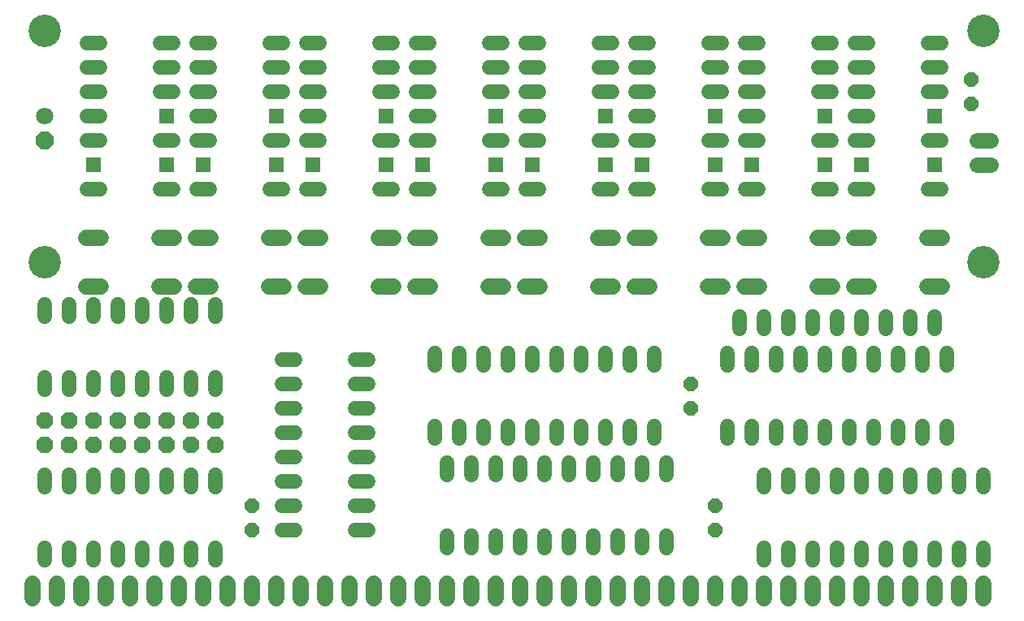
<source format=gts>
G75*
%MOIN*%
%OFA0B0*%
%FSLAX24Y24*%
%IPPOS*%
%LPD*%
%AMOC8*
5,1,8,0,0,1.08239X$1,22.5*
%
%ADD10C,0.1330*%
%ADD11C,0.0680*%
%ADD12OC8,0.0600*%
%ADD13C,0.0600*%
%ADD14R,0.0595X0.0595*%
%ADD15C,0.0640*%
%ADD16OC8,0.0710*%
%ADD17C,0.0710*%
%ADD18OC8,0.0680*%
D10*
X001180Y014680D03*
X001180Y024180D03*
X039680Y024180D03*
X039680Y014680D03*
D11*
X000680Y001480D02*
X000680Y000880D01*
X001680Y000880D02*
X001680Y001480D01*
X002680Y001480D02*
X002680Y000880D01*
X003680Y000880D02*
X003680Y001480D01*
X004680Y001480D02*
X004680Y000880D01*
X005680Y000880D02*
X005680Y001480D01*
X006680Y001480D02*
X006680Y000880D01*
X007680Y000880D02*
X007680Y001480D01*
X008680Y001480D02*
X008680Y000880D01*
X009680Y000880D02*
X009680Y001480D01*
X010680Y001480D02*
X010680Y000880D01*
X011680Y000880D02*
X011680Y001480D01*
X012680Y001480D02*
X012680Y000880D01*
X013680Y000880D02*
X013680Y001480D01*
X014680Y001480D02*
X014680Y000880D01*
X015680Y000880D02*
X015680Y001480D01*
X016680Y001480D02*
X016680Y000880D01*
X017680Y000880D02*
X017680Y001480D01*
X018680Y001480D02*
X018680Y000880D01*
X019680Y000880D02*
X019680Y001480D01*
X020680Y001480D02*
X020680Y000880D01*
X021680Y000880D02*
X021680Y001480D01*
X022680Y001480D02*
X022680Y000880D01*
X023680Y000880D02*
X023680Y001480D01*
X024680Y001480D02*
X024680Y000880D01*
X025680Y000880D02*
X025680Y001480D01*
X026680Y001480D02*
X026680Y000880D01*
X027680Y000880D02*
X027680Y001480D01*
X028680Y001480D02*
X028680Y000880D01*
X029680Y000880D02*
X029680Y001480D01*
X030680Y001480D02*
X030680Y000880D01*
X031680Y000880D02*
X031680Y001480D01*
X032680Y001480D02*
X032680Y000880D01*
X033680Y000880D02*
X033680Y001480D01*
X034680Y001480D02*
X034680Y000880D01*
X035680Y000880D02*
X035680Y001480D01*
X036680Y001480D02*
X036680Y000880D01*
X037680Y000880D02*
X037680Y001480D01*
X038680Y001480D02*
X038680Y000880D01*
X039680Y000880D02*
X039680Y001480D01*
X037980Y013680D02*
X037380Y013680D01*
X034980Y013680D02*
X034380Y013680D01*
X033480Y013680D02*
X032880Y013680D01*
X030480Y013680D02*
X029880Y013680D01*
X028980Y013680D02*
X028380Y013680D01*
X025980Y013680D02*
X025380Y013680D01*
X024480Y013680D02*
X023880Y013680D01*
X021480Y013680D02*
X020880Y013680D01*
X019980Y013680D02*
X019380Y013680D01*
X016980Y013680D02*
X016380Y013680D01*
X015480Y013680D02*
X014880Y013680D01*
X012480Y013680D02*
X011880Y013680D01*
X010980Y013680D02*
X010380Y013680D01*
X007980Y013680D02*
X007380Y013680D01*
X006480Y013680D02*
X005880Y013680D01*
X003480Y013680D02*
X002880Y013680D01*
X002880Y015680D02*
X003480Y015680D01*
X005880Y015680D02*
X006480Y015680D01*
X007380Y015680D02*
X007980Y015680D01*
X010380Y015680D02*
X010980Y015680D01*
X011880Y015680D02*
X012480Y015680D01*
X014880Y015680D02*
X015480Y015680D01*
X016380Y015680D02*
X016980Y015680D01*
X019380Y015680D02*
X019980Y015680D01*
X020880Y015680D02*
X021480Y015680D01*
X023880Y015680D02*
X024480Y015680D01*
X025380Y015680D02*
X025980Y015680D01*
X028380Y015680D02*
X028980Y015680D01*
X029880Y015680D02*
X030480Y015680D01*
X032880Y015680D02*
X033480Y015680D01*
X034380Y015680D02*
X034980Y015680D01*
X037380Y015680D02*
X037980Y015680D01*
D12*
X039180Y021180D03*
X039180Y022180D03*
X027680Y009680D03*
X027680Y008680D03*
X028680Y004680D03*
X028680Y003680D03*
X009680Y003680D03*
X009680Y004680D03*
D13*
X010920Y004680D02*
X011440Y004680D01*
X011440Y003680D02*
X010920Y003680D01*
X008180Y002940D02*
X008180Y002420D01*
X007180Y002420D02*
X007180Y002940D01*
X006180Y002940D02*
X006180Y002420D01*
X005180Y002420D02*
X005180Y002940D01*
X004180Y002940D02*
X004180Y002420D01*
X003180Y002420D02*
X003180Y002940D01*
X002180Y002940D02*
X002180Y002420D01*
X001180Y002420D02*
X001180Y002940D01*
X001180Y005420D02*
X001180Y005940D01*
X002180Y005940D02*
X002180Y005420D01*
X003180Y005420D02*
X003180Y005940D01*
X004180Y005940D02*
X004180Y005420D01*
X005180Y005420D02*
X005180Y005940D01*
X006180Y005940D02*
X006180Y005420D01*
X007180Y005420D02*
X007180Y005940D01*
X008180Y005940D02*
X008180Y005420D01*
X010920Y005680D02*
X011440Y005680D01*
X011440Y006680D02*
X010920Y006680D01*
X010920Y007680D02*
X011440Y007680D01*
X011440Y008680D02*
X010920Y008680D01*
X010920Y009680D02*
X011440Y009680D01*
X011440Y010680D02*
X010920Y010680D01*
X008180Y009940D02*
X008180Y009420D01*
X007180Y009420D02*
X007180Y009940D01*
X006180Y009940D02*
X006180Y009420D01*
X005180Y009420D02*
X005180Y009940D01*
X004180Y009940D02*
X004180Y009420D01*
X003180Y009420D02*
X003180Y009940D01*
X002180Y009940D02*
X002180Y009420D01*
X001180Y009420D02*
X001180Y009940D01*
X001180Y012420D02*
X001180Y012940D01*
X002180Y012940D02*
X002180Y012420D01*
X003180Y012420D02*
X003180Y012940D01*
X004180Y012940D02*
X004180Y012420D01*
X005180Y012420D02*
X005180Y012940D01*
X006180Y012940D02*
X006180Y012420D01*
X007180Y012420D02*
X007180Y012940D01*
X008180Y012940D02*
X008180Y012420D01*
X013920Y010680D02*
X014440Y010680D01*
X014440Y009680D02*
X013920Y009680D01*
X013920Y008680D02*
X014440Y008680D01*
X014440Y007680D02*
X013920Y007680D01*
X013920Y006680D02*
X014440Y006680D01*
X014440Y005680D02*
X013920Y005680D01*
X013920Y004680D02*
X014440Y004680D01*
X014440Y003680D02*
X013920Y003680D01*
X017680Y003440D02*
X017680Y002920D01*
X018680Y002920D02*
X018680Y003440D01*
X019680Y003440D02*
X019680Y002920D01*
X020680Y002920D02*
X020680Y003440D01*
X021680Y003440D02*
X021680Y002920D01*
X022680Y002920D02*
X022680Y003440D01*
X023680Y003440D02*
X023680Y002920D01*
X024680Y002920D02*
X024680Y003440D01*
X025680Y003440D02*
X025680Y002920D01*
X026680Y002920D02*
X026680Y003440D01*
X026680Y005920D02*
X026680Y006440D01*
X025680Y006440D02*
X025680Y005920D01*
X024680Y005920D02*
X024680Y006440D01*
X023680Y006440D02*
X023680Y005920D01*
X022680Y005920D02*
X022680Y006440D01*
X021680Y006440D02*
X021680Y005920D01*
X020680Y005920D02*
X020680Y006440D01*
X019680Y006440D02*
X019680Y005920D01*
X018680Y005920D02*
X018680Y006440D01*
X017680Y006440D02*
X017680Y005920D01*
X017180Y007420D02*
X017180Y007940D01*
X018180Y007940D02*
X018180Y007420D01*
X019180Y007420D02*
X019180Y007940D01*
X020180Y007940D02*
X020180Y007420D01*
X021180Y007420D02*
X021180Y007940D01*
X022180Y007940D02*
X022180Y007420D01*
X023180Y007420D02*
X023180Y007940D01*
X024180Y007940D02*
X024180Y007420D01*
X025180Y007420D02*
X025180Y007940D01*
X026180Y007940D02*
X026180Y007420D01*
X029180Y007420D02*
X029180Y007940D01*
X030180Y007940D02*
X030180Y007420D01*
X031180Y007420D02*
X031180Y007940D01*
X032180Y007940D02*
X032180Y007420D01*
X033180Y007420D02*
X033180Y007940D01*
X034180Y007940D02*
X034180Y007420D01*
X035180Y007420D02*
X035180Y007940D01*
X036180Y007940D02*
X036180Y007420D01*
X037180Y007420D02*
X037180Y007940D01*
X038180Y007940D02*
X038180Y007420D01*
X037680Y005940D02*
X037680Y005420D01*
X038680Y005420D02*
X038680Y005940D01*
X039680Y005940D02*
X039680Y005420D01*
X036680Y005420D02*
X036680Y005940D01*
X035680Y005940D02*
X035680Y005420D01*
X034680Y005420D02*
X034680Y005940D01*
X033680Y005940D02*
X033680Y005420D01*
X032680Y005420D02*
X032680Y005940D01*
X031680Y005940D02*
X031680Y005420D01*
X030680Y005420D02*
X030680Y005940D01*
X030680Y002940D02*
X030680Y002420D01*
X031680Y002420D02*
X031680Y002940D01*
X032680Y002940D02*
X032680Y002420D01*
X033680Y002420D02*
X033680Y002940D01*
X034680Y002940D02*
X034680Y002420D01*
X035680Y002420D02*
X035680Y002940D01*
X036680Y002940D02*
X036680Y002420D01*
X037680Y002420D02*
X037680Y002940D01*
X038680Y002940D02*
X038680Y002420D01*
X039680Y002420D02*
X039680Y002940D01*
X038180Y010420D02*
X038180Y010940D01*
X037180Y010940D02*
X037180Y010420D01*
X036180Y010420D02*
X036180Y010940D01*
X035180Y010940D02*
X035180Y010420D01*
X034180Y010420D02*
X034180Y010940D01*
X033180Y010940D02*
X033180Y010420D01*
X032180Y010420D02*
X032180Y010940D01*
X031180Y010940D02*
X031180Y010420D01*
X030180Y010420D02*
X030180Y010940D01*
X029180Y010940D02*
X029180Y010420D01*
X029680Y011920D02*
X029680Y012440D01*
X030680Y012440D02*
X030680Y011920D01*
X031680Y011920D02*
X031680Y012440D01*
X032680Y012440D02*
X032680Y011920D01*
X033680Y011920D02*
X033680Y012440D01*
X034680Y012440D02*
X034680Y011920D01*
X035680Y011920D02*
X035680Y012440D01*
X036680Y012440D02*
X036680Y011920D01*
X037680Y011920D02*
X037680Y012440D01*
X037420Y017680D02*
X037940Y017680D01*
X034940Y017680D02*
X034420Y017680D01*
X033440Y017680D02*
X032920Y017680D01*
X030440Y017680D02*
X029920Y017680D01*
X028940Y017680D02*
X028420Y017680D01*
X025940Y017680D02*
X025420Y017680D01*
X024440Y017680D02*
X023920Y017680D01*
X021440Y017680D02*
X020920Y017680D01*
X019940Y017680D02*
X019420Y017680D01*
X016940Y017680D02*
X016420Y017680D01*
X015440Y017680D02*
X014920Y017680D01*
X012440Y017680D02*
X011920Y017680D01*
X010940Y017680D02*
X010420Y017680D01*
X007940Y017680D02*
X007420Y017680D01*
X006440Y017680D02*
X005920Y017680D01*
X003440Y017680D02*
X002920Y017680D01*
X002920Y019680D02*
X003440Y019680D01*
X003440Y020680D02*
X002920Y020680D01*
X002920Y021680D02*
X003440Y021680D01*
X003440Y022680D02*
X002920Y022680D01*
X002920Y023680D02*
X003440Y023680D01*
X005920Y023680D02*
X006440Y023680D01*
X007420Y023680D02*
X007940Y023680D01*
X007940Y022680D02*
X007420Y022680D01*
X006440Y022680D02*
X005920Y022680D01*
X005920Y021680D02*
X006440Y021680D01*
X007420Y021680D02*
X007940Y021680D01*
X007940Y020680D02*
X007420Y020680D01*
X007420Y019680D02*
X007940Y019680D01*
X006440Y019680D02*
X005920Y019680D01*
X010420Y019680D02*
X010940Y019680D01*
X011920Y019680D02*
X012440Y019680D01*
X012440Y020680D02*
X011920Y020680D01*
X011920Y021680D02*
X012440Y021680D01*
X012440Y022680D02*
X011920Y022680D01*
X010940Y022680D02*
X010420Y022680D01*
X010420Y021680D02*
X010940Y021680D01*
X010940Y023680D02*
X010420Y023680D01*
X011920Y023680D02*
X012440Y023680D01*
X014920Y023680D02*
X015440Y023680D01*
X016420Y023680D02*
X016940Y023680D01*
X016940Y022680D02*
X016420Y022680D01*
X015440Y022680D02*
X014920Y022680D01*
X014920Y021680D02*
X015440Y021680D01*
X016420Y021680D02*
X016940Y021680D01*
X016940Y020680D02*
X016420Y020680D01*
X016420Y019680D02*
X016940Y019680D01*
X015440Y019680D02*
X014920Y019680D01*
X019420Y019680D02*
X019940Y019680D01*
X020920Y019680D02*
X021440Y019680D01*
X021440Y020680D02*
X020920Y020680D01*
X020920Y021680D02*
X021440Y021680D01*
X021440Y022680D02*
X020920Y022680D01*
X019940Y022680D02*
X019420Y022680D01*
X019420Y021680D02*
X019940Y021680D01*
X019940Y023680D02*
X019420Y023680D01*
X020920Y023680D02*
X021440Y023680D01*
X023920Y023680D02*
X024440Y023680D01*
X025420Y023680D02*
X025940Y023680D01*
X025940Y022680D02*
X025420Y022680D01*
X024440Y022680D02*
X023920Y022680D01*
X023920Y021680D02*
X024440Y021680D01*
X025420Y021680D02*
X025940Y021680D01*
X025940Y020680D02*
X025420Y020680D01*
X025420Y019680D02*
X025940Y019680D01*
X024440Y019680D02*
X023920Y019680D01*
X028420Y019680D02*
X028940Y019680D01*
X029920Y019680D02*
X030440Y019680D01*
X030440Y020680D02*
X029920Y020680D01*
X029920Y021680D02*
X030440Y021680D01*
X030440Y022680D02*
X029920Y022680D01*
X028940Y022680D02*
X028420Y022680D01*
X028420Y021680D02*
X028940Y021680D01*
X028940Y023680D02*
X028420Y023680D01*
X029920Y023680D02*
X030440Y023680D01*
X032920Y023680D02*
X033440Y023680D01*
X034420Y023680D02*
X034940Y023680D01*
X034940Y022680D02*
X034420Y022680D01*
X033440Y022680D02*
X032920Y022680D01*
X032920Y021680D02*
X033440Y021680D01*
X034420Y021680D02*
X034940Y021680D01*
X034940Y020680D02*
X034420Y020680D01*
X034420Y019680D02*
X034940Y019680D01*
X033440Y019680D02*
X032920Y019680D01*
X037420Y019680D02*
X037940Y019680D01*
X037940Y021680D02*
X037420Y021680D01*
X037420Y022680D02*
X037940Y022680D01*
X037940Y023680D02*
X037420Y023680D01*
X026180Y010940D02*
X026180Y010420D01*
X025180Y010420D02*
X025180Y010940D01*
X024180Y010940D02*
X024180Y010420D01*
X023180Y010420D02*
X023180Y010940D01*
X022180Y010940D02*
X022180Y010420D01*
X021180Y010420D02*
X021180Y010940D01*
X020180Y010940D02*
X020180Y010420D01*
X019180Y010420D02*
X019180Y010940D01*
X018180Y010940D02*
X018180Y010420D01*
X017180Y010420D02*
X017180Y010940D01*
D14*
X016680Y018680D03*
X015180Y018680D03*
X015180Y020680D03*
X012180Y018680D03*
X010680Y018680D03*
X010680Y020680D03*
X007680Y018680D03*
X006180Y018680D03*
X006180Y020680D03*
X003180Y018680D03*
X019680Y018680D03*
X021180Y018680D03*
X019680Y020680D03*
X024180Y020680D03*
X024180Y018680D03*
X025680Y018680D03*
X028680Y018680D03*
X030180Y018680D03*
X028680Y020680D03*
X033180Y020680D03*
X033180Y018680D03*
X034680Y018680D03*
X037680Y018680D03*
X037680Y020680D03*
D15*
X039400Y019680D02*
X039960Y019680D01*
X039960Y018680D02*
X039400Y018680D01*
D16*
X001180Y019680D03*
D17*
X001180Y020680D03*
D18*
X001180Y008180D03*
X002180Y008180D03*
X003180Y008180D03*
X004180Y008180D03*
X005180Y008180D03*
X006180Y008180D03*
X007180Y008180D03*
X008180Y008180D03*
X008180Y007180D03*
X007180Y007180D03*
X006180Y007180D03*
X005180Y007180D03*
X004180Y007180D03*
X003180Y007180D03*
X002180Y007180D03*
X001180Y007180D03*
M02*

</source>
